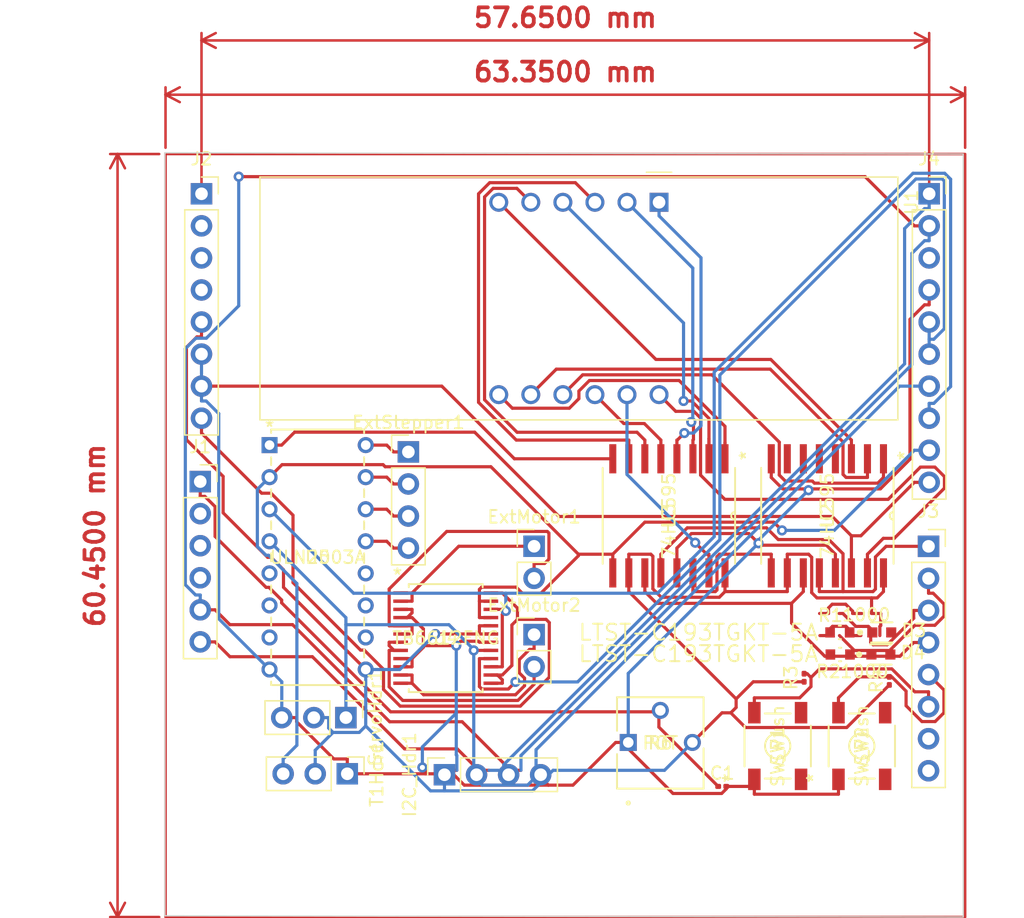
<source format=kicad_pcb>
(kicad_pcb (version 20221018) (generator pcbnew)
  (layers (0 "F.Cu" signal) (31 "B.Cu" signal) (34 "B.Paste" user) (35 "F.Paste" user) (36 "B.SilkS" user "B.Silkscreen") (37 "F.SilkS" user "F.Silkscreen") (38 "B.Mask" user) (39 "F.Mask" user) (44 "Edge.Cuts" user))
  (net 0 "")
  (net 1 "/PC0")
  (net 2 "GND")
  (net 3 "Net-(D3-CATHODE)")
  (net 4 "+5V")
  (net 5 "Net-(D4-CATHODE)")
  (net 6 "/AO1")
  (net 7 "/AO2")
  (net 8 "/BO1")
  (net 9 "/BO2")
  (net 10 "/IN1")
  (net 11 "/IN2")
  (net 12 "/IN3")
  (net 13 "/IN4")
  (net 14 "/PC4")
  (net 15 "/PC5")
  (net 19 "+3.3V")
  (net 20 "/VIN")
  (net 21 "/PD6")
  (net 22 "/PD5")
  (net 23 "/PD4")
  (net 24 "/PD3")
  (net 25 "/PD2")
  (net 27 "/PC1")
  (net 28 "/PB3")
  (net 29 "/PB2")
  (net 30 "/PB1")
  (net 31 "/PB0")
  (net 32 "Net-(U1-e)")
  (net 33 "Net-(U1-d)")
  (net 34 "Net-(U1-DPX)")
  (net 35 "Net-(U1-c)")
  (net 36 "Net-(U1-g)")
  (net 37 "Net-(U1-CC4)")
  (net 38 "Net-(U1-b)")
  (net 39 "Net-(U1-CC3)")
  (net 40 "Net-(U1-CC2)")
  (net 41 "Net-(U1-f)")
  (net 42 "Net-(U1-a)")
  (net 43 "Net-(U1-CC1)")
  (net 48 "Net-(U2-QH')")
  (net 49 "/PD7")
  (net 56 "/PC2")
  (net 57 "/PC3")
  (net 58 "/PB5")
  (footprint "Resistor_SMD:R_0201_0603Metric" (layer "F.Cu") (at 173.093 88.841 90)
    (fp_text reference "R3")
    (fp_text value "10000")
  )
  (footprint "Connector_PinSocket_2.54mm:PinSocket_1x10_P2.54mm_Vertical" (layer "F.Cu") (at 183 50.5)
    (fp_text reference "J4")
    (fp_text value "Conn_01x10_Socket")
  )
  (footprint "SN74HC595DWR:SN74HC595DWR" (layer "F.Cu") (at 162.3791 76.0137 -90)
    (fp_text reference "U3")
    (fp_text value "74HC595")
  )
  (footprint "ul_8-1437565-1:8-1437565-1" (layer "F.Cu") (at 171 94.25 90)
    (fp_text reference "SW1")
    (fp_text value "SW_Push")
  )
  (footprint "Connector_PinSocket_2.54mm:PinSocket_1x04_P2.54mm_Vertical" (layer "F.Cu") (at 144.6 96.525 90)
    (fp_text reference "I2C_Hdr1")
    (fp_text value "Conn_01x04_Socket")
  )
  (footprint "footprints:RC0603JR-071KL" (layer "F.Cu") (at 175.9247 85.25)
    (fp_text reference "R1")
    (fp_text value "1000")
  )
  (footprint "Connector_PinSocket_2.54mm:PinSocket_1x08_P2.54mm_Vertical" (layer "F.Cu") (at 125.35 50.5)
    (fp_text reference "J2")
    (fp_text value "Conn_01x08_Socket")
  )
  (footprint "Connector_PinHeader_2.54mm:PinHeader_1x02_P2.54mm_Vertical" (layer "F.Cu") (at 151.7 85.425)
    (fp_text reference "ExtMotor2")
    (fp_text value "Conn_01x02_Pin")
  )
  (footprint "Connector_PinSocket_2.54mm:PinSocket_1x08_P2.54mm_Vertical" (layer "F.Cu") (at 182.95 78.43)
    (fp_text reference "J3")
    (fp_text value "Conn_01x08_Socket")
  )
  (footprint "footprints:RC0603JR-071KL" (layer "F.Cu") (at 175.9494 87)
    (fp_text reference "R2")
    (fp_text value "1000")
  )
  (footprint "ul_8-1437565-1:8-1437565-1" (layer "F.Cu") (at 177.6642 94.25 90)
    (fp_text reference "SW2")
    (fp_text value "SW_Push")
  )
  (footprint "eec:Lite-On-LTST-C193TGKT-5A-MFG" (layer "F.Cu") (at 179.2438 85.25)
    (fp_text reference "D3")
    (fp_text value "LTST-C193TGKT-5A")
  )
  (footprint "Connector_PinHeader_2.54mm:PinHeader_1x03_P2.54mm_Vertical" (layer "F.Cu") (at 136.79 92 -90)
    (fp_text reference "ServoHdr1")
    (fp_text value "Conn_01x03_Pin")
  )
  (footprint "Capacitor_SMD:C_0201_0603Metric" (layer "F.Cu") (at 166.605 97.45)
    (fp_text reference "C1")
    (fp_text value "0.1u")
  )
  (footprint "SN74HC595DWR:SN74HC595DWR" (layer "F.Cu") (at 174.935 76.0137 -90)
    (fp_text reference "U2")
    (fp_text value "74HC595")
  )
  (footprint "Connector_PinHeader_2.54mm:PinHeader_1x03_P2.54mm_Vertical" (layer "F.Cu") (at 136.9 96.45 -90)
    (fp_text reference "T1Hdr1")
    (fp_text value "Conn_01x03_Pin")
  )
  (footprint "Connector_PinHeader_2.54mm:PinHeader_1x04_P2.54mm_Vertical" (layer "F.Cu") (at 141.74 70.95)
    (fp_text reference "ExtStepper1")
    (fp_text value "Conn_01x04_Pin")
  )
  (footprint "Resistor_SMD:R_0201_0603Metric" (layer "F.Cu") (at 179.843 89.091 90)
    (fp_text reference "R4")
    (fp_text value "10000")
  )
  (footprint "eec:Lite-On-LTST-C193TGKT-5A-MFG" (layer "F.Cu") (at 179.1747 87)
    (fp_text reference "D4")
    (fp_text value "LTST-C193TGKT-5A")
  )
  (footprint "ul_3362P-1-103LF:3362P-1-103LF" (layer "F.Cu") (at 159.16 93.9674)
    (fp_text reference "R6")
    (fp_text value "POT")
  )
  (footprint "ul_TB6612FNG:TB6612FNG_C_8_EL" (layer "F.Cu") (at 144.7 85.7)
    (fp_text reference "U4")
    (fp_text value "TB6612FNG")
  )
  (footprint "Connector_PinSocket_2.54mm:PinSocket_1x06_P2.54mm_Vertical" (layer "F.Cu") (at 125.25 73.3)
    (fp_text reference "J1")
    (fp_text value "Conn_01x06_Socket")
  )
  (footprint "Display_7Segment:CA56-12SRWA" (layer "F.Cu") (at 161.6 51.1725 -90)
    (fp_text reference "U1")
    (fp_text value "CC56-12SRWA")
  )
  (footprint "uln2003a:ULN2003A" (layer "F.Cu") (at 130.74 70.41)
    (fp_text reference "U5")
    (fp_text value "ULN2003A")
  )
  (footprint "Connector_PinHeader_2.54mm:PinHeader_1x02_P2.54mm_Vertical" (layer "F.Cu") (at 151.7 78.425)
    (fp_text reference "ExtMotor1")
    (fp_text value "Conn_01x02_Pin")
  )
  (gr_rect (start 122.5 47.35) (end 185.85 107.8) (stroke (width 0.2)) (fill none) (layer "F.Cu"))
  (gr_line (start 122.45 107.7) (end 122.45 47.25) (stroke (width 0.1)) (layer "Edge.Cuts"))
  (gr_line (start 122.45 47.25) (end 185.7 47.35) (stroke (width 0.1)) (layer "Edge.Cuts"))
  (gr_line (start 185.7 47.35) (end 185.7 107.8) (stroke (width 0.1)) (layer "Edge.Cuts"))
  (gr_line (start 185.7 107.8) (end 122.45 107.7) (stroke (width 0.1)) (layer "Edge.Cuts"))
  (dimension (type aligned) (layer "F.Cu") (pts (xy 125.35 50.5) (xy 183 50.5)) (height -12.15) (gr_text "57.6500 mm" (at 154.175 36.55) (layer "F.Cu") (effects (font (size 1.5 1.5) (thickness 0.3)))) (format (prefix "") (suffix "") (units 3) (units_format 1) (precision 4)) (style (thickness 0.2) (arrow_length 1.27) (text_position_mode 0) (extension_height 0.58642) (extension_offset 0.5) keep_text_aligned))
  (dimension (type aligned) (layer "F.Cu") (pts (xy 122.5 47.35) (xy 185.85 47.35)) (height -4.7) (gr_text "63.3500 mm" (at 154.175 40.85) (layer "F.Cu") (effects (font (size 1.5 1.5) (thickness 0.3)))) (format (prefix "") (suffix "") (units 3) (units_format 1) (precision 4)) (style (thickness 0.2) (arrow_length 1.27) (text_position_mode 0) (extension_height 0.58642) (extension_offset 0.5) keep_text_aligned))
  (dimension (type aligned) (layer "F.Cu") (pts (xy 122.5 47.35) (xy 122.5 107.8)) (height 3.799999) (gr_text "60.4500 mm" (at 116.900001 77.575 90) (layer "F.Cu") (effects (font (size 1.5 1.5) (thickness 0.3)))) (format (prefix "") (suffix "") (units 3) (units_format 1) (precision 4)) (style (thickness 0.2) (arrow_length 1.27) (text_position_mode 0) (extension_height 0.58642) (extension_offset 0.5) keep_text_aligned))
  (segment (start 130.466 81.6807) (end 130.696 81.6807) (width 0.25) (layer "F.Cu") (net 1))
  (segment (start 130.696 81.6807) (end 131.7 82.6848) (width 0.25) (layer "F.Cu") (net 1))
  (segment (start 125.25 74.4751) (end 125.617 74.4751) (width 0.25) (layer "F.Cu") (net 1))
  (segment (start 125.25 73.3) (end 125.25 74.4751) (width 0.25) (layer "F.Cu") (net 1))
  (segment (start 131.7 82.9083) (end 140.332 91.5401) (width 0.25) (layer "F.Cu") (net 1))
  (segment (start 126.425 77.6403) (end 130.466 81.6807) (width 0.25) (layer "F.Cu") (net 1))
  (segment (start 161.587 91.5401) (end 161.7 91.4274) (width 0.25) (layer "F.Cu") (net 1))
  (segment (start 161.587 91.5401) (end 161.587 92.7523) (width 0.25) (layer "F.Cu") (net 1))
  (segment (start 126.425 75.2829) (end 126.425 77.6403) (width 0.25) (layer "F.Cu") (net 1))
  (segment (start 161.587 92.7523) (end 166.285 97.45) (width 0.25) (layer "F.Cu") (net 1))
  (segment (start 131.7 82.6848) (end 131.7 82.9083) (width 0.25) (layer "F.Cu") (net 1))
  (segment (start 140.332 91.5401) (end 161.587 91.5401) (width 0.25) (layer "F.Cu") (net 1))
  (segment (start 125.617 74.4751) (end 126.425 75.2829) (width 0.25) (layer "F.Cu") (net 1))
  (segment (start 143.0915 96.1923) (end 142.8481 95.9489) (width 0.25) (layer "F.Cu") (net 2))
  (segment (start 144.992 96.175) (end 146.168 97.3502) (width 0.25) (layer "F.Cu") (net 2))
  (segment (start 169.15 96.8916) (end 169.15 97.321) (width 0.25) (layer "F.Cu") (net 2))
  (segment (start 179.131 73.8804) (end 173.44 73.8804) (width 0.25) (layer "F.Cu") (net 2))
  (segment (start 158.661 93.9674) (end 162.705 98.0114) (width 0.25) (layer "F.Cu") (net 2))
  (segment (start 146.168 97.3502) (end 152.832 97.3502) (width 0.25) (layer "F.Cu") (net 2))
  (segment (start 163.014 79.5503) (end 163.0141 79.5504) (width 0.25) (layer "F.Cu") (net 2))
  (segment (start 142.929 86.2995) (end 145.535 86.2995) (width 0.25) (layer "F.Cu") (net 2))
  (segment (start 148.275 86.025) (end 147.369 86.025) (width 0.25) (layer "F.Cu") (net 2))
  (segment (start 141.653 84.075) (end 141.578 84.075) (width 0.25) (layer "F.Cu") (net 2))
  (segment (start 132.885 92.3263) (end 132.885 92) (width 0.25) (layer "F.Cu") (net 2))
  (segment (start 141.125 87.975) (end 142.031 87.975) (width 0.25) (layer "F.Cu") (net 2))
  (segment (start 159.16 93.9674) (end 158.661 93.9674) (width 0.25) (layer "F.Cu") (net 2))
  (segment (start 152.832 97.3502) (end 152.22 96.7382) (width 0.25) (layer "F.Cu") (net 2))
  (segment (start 169.635 78.3422) (end 174.858 78.3422) (width 0.25) (layer "F.Cu") (net 2))
  (segment (start 157.934 71.4925) (end 157.9341 71.4925) (width 0.25) (layer "F.Cu") (net 2))
  (segment (start 142.929 86.2995) (end 142.929 84.9734) (width 0.25) (layer "F.Cu") (net 2))
  (segment (start 152.22 96.7382) (end 152.22 96.525) (width 0.25) (layer "F.Cu") (net 2))
  (segment (start 169.021 97.45) (end 166.925 97.45) (width 0.25) (layer "F.Cu") (net 2))
  (segment (start 175.814 96.8916) (end 175.814 98.0676) (width 0.25) (layer "F.Cu") (net 2))
  (segment (start 135.834 95.2749) (end 132.885 92.3263) (width 0.25) (layer "F.Cu") (net 2))
  (segment (start 163.014 78.5658) (end 163.014 79.5503) (width 0.25) (layer "F.Cu") (net 2))
  (segment (start 166.925 97.6455) (end 166.925 97.45) (width 0.25) (layer "F.Cu") (net 2))
  (segment (start 169.476 78.183) (end 169.635 78.3422) (width 0.25) (layer "F.Cu") (net 2))
  (segment (start 175.814 98.0676) (end 169.15 98.0676) (width 0.25) (layer "F.Cu") (net 2))
  (segment (start 169.15 97.321) (end 169.021 97.45) (width 0.25) (layer "F.Cu") (net 2))
  (segment (start 157.934 71.4925) (end 150.14 71.4925) (width 0.25) (layer "F.Cu") (net 2))
  (segment (start 169.476 78.183) (end 168.708 77.4155) (width 0.25) (layer "F.Cu") (net 2))
  (segment (start 147.369 86.025) (end 147.294 85.9499) (width 0.25) (layer "F.Cu") (net 2))
  (segment (start 144.13 96.45) (end 144.405 96.175) (width 0.25) (layer "F.Cu") (net 2))
  (segment (start 142.031 84.075) (end 141.653 84.075) (width 0.25) (layer "F.Cu") (net 2))
  (segment (start 163.0141 79.5504) (end 163.0141 80.5349) (width 0.25) (layer "F.Cu") (net 2))
  (segment (start 136.9 96.45) (end 143.0915 96.45) (width 0.25) (layer "F.Cu") (net 2))
  (segment (start 183 58.12) (end 183 59.2951) (width 0.25) (layer "F.Cu") (net 2))
  (segment (start 144.405 96.175) (end 144.992 96.175) (width 0.25) (layer "F.Cu") (net 2))
  (segment (start 173.44 73.9817) (end 173.44 73.8804) (width 0.25) (layer "F.Cu") (net 2))
  (segment (start 145.884 85.9499) (end 145.535 86.2995) (width 0.25) (layer "F.Cu") (net 2))
  (segment (start 144.388 65.74) (end 125.35 65.74) (width 0.25) (layer "F.Cu") (net 2))
  (segment (start 164.164 77.4155) (end 163.014 78.5658) (width 0.25) (layer "F.Cu") (net 2))
  (segment (start 136.9 96.45) (end 136.9 95.2749) (width 0.25) (layer "F.Cu") (net 2))
  (segment (start 142.929 84.9734) (end 142.031 84.075) (width 0.25) (layer "F.Cu") (net 2))
  (segment (start 181.479 71.5322) (end 179.131 73.8804) (width 0.25) (layer "F.Cu") (net 2))
  (segment (start 162.705 98.0114) (end 166.559 98.0114) (width 0.25) (layer "F.Cu") (net 2))
  (segment (start 142.031 87.325) (end 142.929 86.4266) (width 0.25) (layer "F.Cu") (net 2))
  (segment (start 166.559 98.0114) (end 166.925 97.6455) (width 0.25) (layer "F.Cu") (net 2))
  (segment (start 174.858 78.3422) (end 175.57 79.0541) (width 0.25) (layer "F.Cu") (net 2))
  (segment (start 183 59.2951) (end 182.633 59.2951) (width 0.25) (layer "F.Cu") (net 2))
  (segment (start 143.0915 96.45) (end 144.13 96.45) (width 0.25) (layer "F.Cu") (net 2))
  (segment (start 168.708 77.4155) (end 164.164 77.4155) (width 0.25) (layer "F.Cu") (net 2))
  (segment (start 175.8142 96.8916) (end 175.814 96.8916) (width 0.25) (layer "F.Cu") (net 2))
  (segment (start 181.479 60.4485) (end 181.479 71.5322) (width 0.25) (layer "F.Cu") (net 2))
  (segment (start 171.397 73.8804) (end 170.49 72.9733) (width 0.25) (layer "F.Cu") (net 2))
  (segment (start 141.578 84.075) (end 141.653 84.075) (width 0.25) (layer "F.Cu") (net 2))
  (segment (start 141.125 83.425) (end 142.031 83.425) (width 0.25) (layer "F.Cu") (net 2))
  (segment (start 147.294 85.9499) (end 145.884 85.9499) (width 0.25) (layer "F.Cu") (net 2))
  (segment (start 142.031 83.6972) (end 141.653 84.075) (width 0.25) (layer "F.Cu") (net 2))
  (segment (start 154.779 97.3502) (end 158.162 93.9674) (width 0.25) (layer "F.Cu") (net 2))
  (segment (start 142.929 86.4266) (end 142.929 86.2995) (width 0.25) (layer "F.Cu") (net 2))
  (segment (start 150.14 71.4925) (end 144.388 65.74) (width 0.25) (layer "F.Cu") (net 2))
  (segment (start 163.014 79.5503) (end 163.014 80.5349) (width 0.25) (layer "F.Cu") (net 2))
  (segment (start 132.885 92) (end 131.71 92) (width 0.25) (layer "F.Cu") (net 2))
  (segment (start 175.57 79.0541) (end 175.57 80.5349) (width 0.25) (layer "F.Cu") (net 2))
  (segment (start 182.633 59.2951) (end 181.479 60.4485) (width 0.25) (layer "F.Cu") (net 2))
  (segment (start 158.162 93.9674) (end 158.661 93.9674) (width 0.25) (layer "F.Cu") (net 2))
  (segment (start 169.15 98.0676) (end 169.15 97.321) (width 0.25) (layer "F.Cu") (net 2))
  (segment (start 136.9 95.2749) (end 135.834 95.2749) (width 0.25) (layer "F.Cu") (net 2))
  (segment (start 141.125 87.325) (end 142.031 87.325) (width 0.25) (layer "F.Cu") (net 2))
  (segment (start 143.0915 96.45) (end 143.0915 96.1923) (width 0.25) (layer "F.Cu") (net 2))
  (segment (start 142.031 83.425) (end 142.031 83.6972) (width 0.25) (layer "F.Cu") (net 2))
  (segment (start 152.832 97.3502) (end 154.779 97.3502) (width 0.25) (layer "F.Cu") (net 2))
  (segment (start 142.031 87.975) (end 142.031 87.325) (width 0.25) (layer "F.Cu") (net 2))
  (segment (start 170.49 72.9733) (end 170.49 71.4925) (width 0.25) (layer "F.Cu") (net 2))
  (segment (start 145.58 96.175) (end 144.992 96.175) (width 0.25) (layer "F.Cu") (net 2))
  (segment (start 141.578 84.075) (end 141.125 84.075) (width 0.25) (layer "F.Cu") (net 2))
  (segment (start 173.44 73.8804) (end 171.397 73.8804) (width 0.25) (layer "F.Cu") (net 2))
  (via (at 145.535 86.2995) (size 0.8) (drill 0.4) (layers "F.Cu" "B.Cu") (net 2))
  (via (at 173.44 73.9817) (size 0.8) (drill 0.4) (layers "F.Cu" "B.Cu") (net 2))
  (via (at 142.8481 95.9489) (size 0.8) (drill 0.4) (layers "F.Cu" "B.Cu") (net 2))
  (via (at 169.476 78.183) (size 0.8) (drill 0.4) (layers "F.Cu" "B.Cu") (net 2))
  (segment (start 159.16 93.9674) (end 159.16 88.4989) (width 0.25) (layer "B.Cu") (net 2))
  (segment (start 145.535 91.6369) (end 142.8481 94.3238) (width 0.25) (layer "B.Cu") (net 2))
  (segment (start 126.715 67.9147) (end 126.715 84.1648) (width 0.25) (layer "B.Cu") (net 2))
  (segment (start 145.58 94.9999) (end 145.535 94.9545) (width 0.25) (layer "B.Cu") (net 2))
  (segment (start 169.476 78.183) (end 169.476 77.9458) (width 0.25) (layer "B.Cu") (net 2))
  (segment (start 125.35 65.74) (end 125.35 66.9151) (width 0.25) (layer "B.Cu") (net 2))
  (segment (start 131.71 92) (end 131.71 89.16) (width 0.25) (layer "B.Cu") (net 2))
  (segment (start 125.715 66.9151) (end 126.715 67.9147) (width 0.25) (layer "B.Cu") (net 2))
  (segment (start 145.535 91.6369) (end 145.535 86.2995) (width 0.25) (layer "B.Cu") (net 2))
  (segment (start 142.8481 94.3238) (end 142.8481 95.9489) (width 0.25) (layer "B.Cu") (net 2))
  (segment (start 159.16 88.4989) (end 169.476 78.183) (width 0.25) (layer "B.Cu") (net 2))
  (segment (start 126.715 84.1648) (end 130.74 88.19) (width 0.25) (layer "B.Cu") (net 2))
  (segment (start 169.476 77.9458) (end 173.44 73.9817) (width 0.25) (layer "B.Cu") (net 2))
  (segment (start 125.35 66.9151) (end 125.715 66.9151) (width 0.25) (layer "B.Cu") (net 2))
  (segment (start 131.71 89.16) (end 130.74 88.19) (width 0.25) (layer "B.Cu") (net 2))
  (segment (start 125.35 63.2) (end 125.35 65.74) (width 0.25) (layer "B.Cu") (net 2))
  (segment (start 145.58 96.175) (end 145.58 94.9999) (width 0.25) (layer "B.Cu") (net 2))
  (segment (start 145.535 94.9545) (end 145.535 91.6369) (width 0.25) (layer "B.Cu") (net 2))
  (segment (start 176.937 83.75) (end 177.662 83.75) (width 0.25) (layer "F.Cu") (net 3))
  (segment (start 175.315 83.0184) (end 176.387 83.0184) (width 0.25) (layer "F.Cu") (net 3))
  (segment (start 176.387 83.0184) (end 176.937 83.5687) (width 0.25) (layer "F.Cu") (net 3))
  (segment (start 175.025 83.3087) (end 175.315 83.0184) (width 0.25) (layer "F.Cu") (net 3))
  (segment (start 174.319 83.75) (end 175.025 83.75) (width 0.25) (layer "F.Cu") (net 3))
  (segment (start 175.025 83.75) (end 175.025 83.3087) (width 0.25) (layer "F.Cu") (net 3))
  (segment (start 176.937 83.5687) (end 176.937 83.75) (width 0.25) (layer "F.Cu") (net 3))
  (segment (start 125.35 61.8351) (end 124.985 61.8351) (width 0.25) (layer "F.Cu") (net 4))
  (segment (start 167.282 91.619) (end 167.706 91.1955) (width 0.25) (layer "F.Cu") (net 4))
  (segment (start 171.76 79.0541) (end 171.76 80.5349) (width 0.25) (layer "F.Cu") (net 4))
  (segment (start 179.38 80.5349) (end 179.38 82.0157) (width 0.25) (layer "F.Cu") (net 4))
  (segment (start 127.063 72.8876) (end 127.063 75.7737) (width 0.25) (layer "F.Cu") (net 4))
  (segment (start 164.24 93.9674) (end 166.588 91.619) (width 0.25) (layer "F.Cu") (net 4))
  (segment (start 167.706 90.5174) (end 159.204 82.0157) (width 0.25) (layer "F.Cu") (net 4))
  (segment (start 179.093 84.7749) (end 179.162 84.7058) (width 0.25) (layer "F.Cu") (net 4))
  (segment (start 173.448 79.0541) (end 171.76 79.0541) (width 0.25) (layer "F.Cu") (net 4))
  (segment (start 161.111 81.8018) (end 161.775 82.4658) (width 0.25) (layer "F.Cu") (net 4))
  (segment (start 167.706 91.1955) (end 167.706 90.5174) (width 0.25) (layer "F.Cu") (net 4))
  (segment (start 160.949 79.0541) (end 161.111 79.2157) (width 0.25) (layer "F.Cu") (net 4))
  (segment (start 147.369 85.375) (end 143.873 85.375) (width 0.25) (layer "F.Cu") (net 4))
  (segment (start 159.204 80.5349) (end 159.2041 80.5349) (width 0.25) (layer "F.Cu") (net 4))
  (segment (start 131.846 80.2862) (end 131.846 81.6759) (width 0.25) (layer "F.Cu") (net 4))
  (segment (start 173.692 82.1003) (end 173.692 79.2982) (width 0.25) (layer "F.Cu") (net 4))
  (segment (start 130.86 79.3) (end 131.846 80.2862) (width 0.25) (layer "F.Cu") (net 4))
  (segment (start 178.437 83.75) (end 178.437 82.517) (width 0.25) (layer "F.Cu") (net 4))
  (segment (start 159.204 82.0157) (end 159.204 80.5349) (width 0.25) (layer "F.Cu") (net 4))
  (segment (start 168.448 92.7845) (end 176.47 92.7845) (width 0.25) (layer "F.Cu") (net 4))
  (segment (start 127.063 75.7737) (end 130.59 79.3) (width 0.25) (layer "F.Cu") (net 4))
  (segment (start 179.38 82.0157) (end 178.879 82.517) (width 0.25) (layer "F.Cu") (net 4))
  (segment (start 159.204 79.0541) (end 160.949 79.0541) (width 0.25) (layer "F.Cu") (net 4))
  (segment (start 147.369 84.725) (end 148.275 84.725) (width 0.25) (layer "F.Cu") (net 4))
  (segment (start 166.824 80.5349) (end 166.824 81.2753) (width 0.25) (layer "F.Cu") (net 4))
  (segment (start 131.846 81.6759) (end 138.36 88.19) (width 0.25) (layer "F.Cu") (net 4))
  (segment (start 166.8241 81.2752) (end 166.8241 80.5349) (width 0.25) (layer "F.Cu") (net 4))
  (segment (start 179.162 84.7058) (end 179.162 83.75) (width 0.25) (layer "F.Cu") (net 4))
  (segment (start 166.824 81.2753) (end 166.824 82.0157) (width 0.25) (layer "F.Cu") (net 4))
  (segment (start 148.275 85.375) (end 147.369 85.375) (width 0.25) (layer "F.Cu") (net 4))
  (segment (start 173.093 89.161) (end 169.062 89.161) (width 0.25) (layer "F.Cu") (net 4))
  (segment (start 161.775 82.4658) (end 166.374 82.4658) (width 0.25) (layer "F.Cu") (net 4))
  (segment (start 130.59 79.3) (end 130.86 79.3) (width 0.25) (layer "F.Cu") (net 4))
  (segment (start 124.156 69.98) (end 127.063 72.8876) (width 0.25) (layer "F.Cu") (net 4))
  (segment (start 166.824 81.2753) (end 166.8241 81.2752) (width 0.25) (layer "F.Cu") (net 4))
  (segment (start 166.824 82.0157) (end 171.76 82.0157) (width 0.25) (layer "F.Cu") (net 4))
  (segment (start 167.282 91.619) (end 168.448 92.7845) (width 0.25) (layer "F.Cu") (net 4))
  (segment (start 125.35 60.66) (end 125.35 61.8351) (width 0.25) (layer "F.Cu") (net 4))
  (segment (start 173.692 79.2982) (end 173.448 79.0541) (width 0.25) (layer "F.Cu") (net 4))
  (segment (start 178.437 82.517) (end 174.109 82.517) (width 0.25) (layer "F.Cu") (net 4))
  (segment (start 124.156 62.664) (end 124.156 69.98) (width 0.25) (layer "F.Cu") (net 4))
  (segment (start 166.374 82.4658) (end 166.824 82.0157) (width 0.25) (layer "F.Cu") (net 4))
  (segment (start 166.588 91.619) (end 167.282 91.619) (width 0.25) (layer "F.Cu") (net 4))
  (segment (start 176.47 92.7845) (end 179.843 89.411) (width 0.25) (layer "F.Cu") (net 4))
  (segment (start 124.985 61.8351) (end 124.156 62.664) (width 0.25) (layer "F.Cu") (net 4))
  (segment (start 174.109 82.517) (end 173.692 82.1003) (width 0.25) (layer "F.Cu") (net 4))
  (segment (start 178.879 82.517) (end 178.437 82.517) (width 0.25) (layer "F.Cu") (net 4))
  (segment (start 169.062 89.161) (end 167.706 90.5174) (width 0.25) (layer "F.Cu") (net 4))
  (segment (start 179.093 85.5) (end 179.093 84.7749) (width 0.25) (layer "F.Cu") (net 4))
  (segment (start 171.76 82.0157) (end 171.76 80.5349) (width 0.25) (layer "F.Cu") (net 4))
  (segment (start 147.369 85.375) (end 147.369 84.725) (width 0.25) (layer "F.Cu") (net 4))
  (segment (start 159.204 80.5349) (end 159.204 79.0541) (width 0.25) (layer "F.Cu") (net 4))
  (segment (start 161.111 79.2157) (end 161.111 81.8018) (width 0.25) (layer "F.Cu") (net 4))
  (segment (start 179.162 83.75) (end 178.437 83.75) (width 0.25) (layer "F.Cu") (net 4))
  (via (at 143.873 85.375) (size 0.8) (drill 0.4) (layers "F.Cu" "B.Cu") (net 4))
  (segment (start 141.058 88.19) (end 143.873 85.375) (width 0.25) (layer "B.Cu") (net 4))
  (segment (start 138.36 88.19) (end 138.36 92.6628) (width 0.25) (layer "B.Cu") (net 4))
  (segment (start 137.848 93.1752) (end 135.769 93.1752) (width 0.25) (layer "B.Cu") (net 4))
  (segment (start 144.6 96.525) (end 144.6 97.8004) (width 0.25) (layer "B.Cu") (net 4))
  (segment (start 153.2 96.175) (end 162.032 96.175) (width 0.25) (layer "B.Cu") (net 4))
  (segment (start 162.032 96.175) (end 164.24 93.9674) (width 0.25) (layer "B.Cu") (net 4))
  (segment (start 138.36 88.19) (end 141.058 88.19) (width 0.25) (layer "B.Cu") (net 4))
  (segment (start 135.425 92) (end 134.25 92) (width 0.25) (layer "B.Cu") (net 4))
  (segment (start 134.36 94.5845) (end 135.769 93.1752) (width 0.25) (layer "B.Cu") (net 4))
  (segment (start 144.6 97.8004) (end 144.5978 97.8026) (width 0.25) (layer "B.Cu") (net 4))
  (segment (start 138.36 92.6628) (end 137.848 93.1752) (width 0.25) (layer "B.Cu") (net 4))
  (segment (start 143.5 97.8026) (end 144.5978 97.8026) (width 0.25) (layer "B.Cu") (net 4))
  (segment (start 138.36 92.6628) (end 143.5 97.8026) (width 0.25) (layer "B.Cu") (net 4))
  (segment (start 135.425 92.831) (end 135.425 92) (width 0.25) (layer "B.Cu") (net 4))
  (segment (start 144.5978 97.8026) (end 151.572 97.8026) (width 0.25) (layer "B.Cu") (net 4))
  (segment (start 151.572 97.8026) (end 153.2 96.175) (width 0.25) (layer "B.Cu") (net 4))
  (segment (start 134.36 96.45) (end 134.36 94.5845) (width 0.25) (layer "B.Cu") (net 4))
  (segment (start 135.769 93.1752) (end 135.425 92.831) (width 0.25) (layer "B.Cu") (net 4))
  (segment (start 176.868 85.5) (end 177.593 85.5) (width 0.25) (layer "F.Cu") (net 5))
  (segment (start 174.343 85.5) (end 175.05 85.5) (width 0.25) (layer "F.Cu") (net 5))
  (segment (start 175.34 84.7684) (end 176.409 84.7684) (width 0.25) (layer "F.Cu") (net 5))
  (segment (start 175.05 85.0587) (end 175.34 84.7684) (width 0.25) (layer "F.Cu") (net 5))
  (segment (start 176.409 84.7684) (end 176.868 85.2281) (width 0.25) (layer "F.Cu") (net 5))
  (segment (start 176.868 85.2281) (end 176.868 85.5) (width 0.25) (layer "F.Cu") (net 5))
  (segment (start 175.05 85.5) (end 175.05 85.0587) (width 0.25) (layer "F.Cu") (net 5))
  (segment (start 151.7 78.425) (end 145.731 78.425) (width 0.25) (layer "F.Cu") (net 6))
  (segment (start 141.125 82.775) (end 142.031 82.775) (width 0.25) (layer "F.Cu") (net 6))
  (segment (start 141.125 82.125) (end 142.031 82.125) (width 0.25) (layer "F.Cu") (net 6))
  (segment (start 145.731 78.425) (end 142.031 82.125) (width 0.25) (layer "F.Cu") (net 6))
  (segment (start 142.031 82.775) (end 142.031 82.125) (width 0.25) (layer "F.Cu") (net 6))
  (segment (start 144.777 77.2498) (end 152.748 77.2498) (width 0.25) (layer "F.Cu") (net 7))
  (segment (start 152.875 77.3773) (end 152.875 79.4457) (width 0.25) (layer "F.Cu") (net 7))
  (segment (start 152.531 79.7899) (end 151.7 79.7899) (width 0.25) (layer "F.Cu") (net 7))
  (segment (start 142.031 85.375) (end 141.125 85.375) (width 0.25) (layer "F.Cu") (net 7))
  (segment (start 152.748 77.2498) (end 152.875 77.3773) (width 0.25) (layer "F.Cu") (net 7))
  (segment (start 141.125 84.725) (end 140.219 84.725) (width 0.25) (layer "F.Cu") (net 7))
  (segment (start 140.219 84.725) (end 140.219 81.8075) (width 0.25) (layer "F.Cu") (net 7))
  (segment (start 151.7 79.7899) (end 151.7 80.965) (width 0.25) (layer "F.Cu") (net 7))
  (segment (start 141.125 84.725) (end 142.031 84.725) (width 0.25) (layer "F.Cu") (net 7))
  (segment (start 152.875 79.4457) (end 152.531 79.7899) (width 0.25) (layer "F.Cu") (net 7))
  (segment (start 142.031 84.725) (end 142.031 85.375) (width 0.25) (layer "F.Cu") (net 7))
  (segment (start 140.219 81.8075) (end 144.777 77.2498) (width 0.25) (layer "F.Cu") (net 7))
  (segment (start 150.525 88.4535) (end 150.944 88.8724) (width 0.25) (layer "F.Cu") (net 8))
  (segment (start 142.945 90.1896) (end 142.031 89.275) (width 0.25) (layer "F.Cu") (net 8))
  (segment (start 141.125 89.275) (end 142.031 89.275) (width 0.25) (layer "F.Cu") (net 8))
  (segment (start 151.7 85.425) (end 151.7 86.6001) (width 0.25) (layer "F.Cu") (net 8))
  (segment (start 150.227 90.1896) (end 142.945 90.1896) (width 0.25) (layer "F.Cu") (net 8))
  (segment (start 142.031 88.625) (end 142.031 89.275) (width 0.25) (layer "F.Cu") (net 8))
  (segment (start 151.7 86.6001) (end 151.333 86.6001) (width 0.25) (layer "F.Cu") (net 8))
  (segment (start 151.333 86.6001) (end 150.525 87.4079) (width 0.25) (layer "F.Cu") (net 8))
  (segment (start 141.125 88.625) (end 142.031 88.625) (width 0.25) (layer "F.Cu") (net 8))
  (segment (start 150.944 89.4732) (end 150.227 90.1896) (width 0.25) (layer "F.Cu") (net 8))
  (segment (start 150.944 88.8724) (end 150.944 89.4732) (width 0.25) (layer "F.Cu") (net 8))
  (segment (start 150.525 87.4079) (end 150.525 88.4535) (width 0.25) (layer "F.Cu") (net 8))
  (segment (start 151.7 87.965) (end 151.7 89.3536) (width 0.25) (layer "F.Cu") (net 9))
  (segment (start 141.125 86.025) (end 140.219 86.025) (width 0.25) (layer "F.Cu") (net 9))
  (segment (start 140.219 89.565) (end 140.219 86.675) (width 0.25) (layer "F.Cu") (net 9))
  (segment (start 151.7 89.3536) (end 150.414 90.6397) (width 0.25) (layer "F.Cu") (net 9))
  (segment (start 140.219 86.025) (end 140.219 86.2972) (width 0.25) (layer "F.Cu") (net 9))
  (segment (start 141.294 90.6397) (end 140.219 89.565) (width 0.25) (layer "F.Cu") (net 9))
  (segment (start 140.219 86.2972) (end 140.597 86.675) (width 0.25) (layer "F.Cu") (net 9))
  (segment (start 150.414 90.6397) (end 141.294 90.6397) (width 0.25) (layer "F.Cu") (net 9))
  (segment (start 140.597 86.675) (end 140.672 86.675) (width 0.25) (layer "F.Cu") (net 9))
  (segment (start 140.219 86.675) (end 140.597 86.675) (width 0.25) (layer "F.Cu") (net 9))
  (segment (start 140.672 86.675) (end 140.597 86.675) (width 0.25) (layer "F.Cu") (net 9))
  (segment (start 140.672 86.675) (end 141.125 86.675) (width 0.25) (layer "F.Cu") (net 9))
  (segment (start 141.74 70.95) (end 140.565 70.95) (width 0.25) (layer "F.Cu") (net 10))
  (segment (start 140.025 70.41) (end 138.36 70.41) (width 0.25) (layer "F.Cu") (net 10))
  (segment (start 140.565 70.95) (end 140.025 70.41) (width 0.25) (layer "F.Cu") (net 10))
  (segment (start 140.025 72.95) (end 138.36 72.95) (width 0.25) (layer "F.Cu") (net 11))
  (segment (start 141.74 73.49) (end 140.565 73.49) (width 0.25) (layer "F.Cu") (net 11))
  (segment (start 140.565 73.49) (end 140.025 72.95) (width 0.25) (layer "F.Cu") (net 11))
  (segment (start 140.565 76.03) (end 140.025 75.49) (width 0.25) (layer "F.Cu") (net 12))
  (segment (start 140.025 75.49) (end 138.36 75.49) (width 0.25) (layer "F.Cu") (net 12))
  (segment (start 141.74 76.03) (end 140.565 76.03) (width 0.25) (layer "F.Cu") (net 12))
  (segment (start 140.565 78.57) (end 140.025 78.03) (width 0.25) (layer "F.Cu") (net 13))
  (segment (start 140.025 78.03) (end 138.36 78.03) (width 0.25) (layer "F.Cu") (net 13))
  (segment (start 141.74 78.57) (end 140.565 78.57) (width 0.25) (layer "F.Cu") (net 13))
  (segment (start 125.3969 83.46) (end 125.5438 83.46) (width 0.25) (layer "F.Cu") (net 14))
  (segment (start 125.2523 83.46) (end 125.2546 83.46) (width 0.25) (layer "F.Cu") (net 14))
  (segment (start 125.5438 83.46) (end 125.8375 83.46) (width 0.25) (layer "F.Cu") (net 14))
  (segment (start 181.8249 53.04) (end 177.9263 49.1414) (width 0.25) (layer "F.Cu") (net 14))
  (segment (start 132.567 84.6351) (end 140.259 92.3276) (width 0.25) (layer "F.Cu") (net 14))
  (segment (start 125.2502 83.46) (end 125.2503 83.46) (width 0.25) (layer "F.Cu") (net 14))
  (segment (start 183 53.04) (end 181.8249 53.04) (width 0.25) (layer "F.Cu") (net 14))
  (segment (start 126.425 83.46) (end 127.6 84.6351) (width 0.25) (layer "F.Cu") (net 14))
  (segment (start 125.2512 83.46) (end 125.2523 83.46) (width 0.25) (layer "F.Cu") (net 14))
  (segment (start 125.2506 83.46) (end 125.2512 83.46) (width 0.25) (layer "F.Cu") (net 14))
  (segment (start 146.003 92.3276) (end 149.485 95.8098) (width 0.25) (layer "F.Cu") (net 14))
  (segment (start 125.25 83.46) (end 125.2501 83.46) (width 0.25) (layer "F.Cu") (net 14))
  (segment (start 125.2684 83.46) (end 125.2868 83.46) (width 0.25) (layer "F.Cu") (net 14))
  (segment (start 125.2503 83.46) (end 125.2506 83.46) (width 0.25) (layer "F.Cu") (net 14))
  (segment (start 125.8375 83.46) (end 126.425 83.46) (width 0.25) (layer "F.Cu") (net 14))
  (segment (start 125.2501 83.46) (end 125.2502 83.46) (width 0.25) (layer "F.Cu") (net 14))
  (segment (start 177.9263 49.1414) (end 128.2986 49.1414) (width 0.25) (layer "F.Cu") (net 14))
  (segment (start 125.2868 83.46) (end 125.3235 83.46) (width 0.25) (layer "F.Cu") (net 14))
  (segment (start 149.485 95.8098) (end 149.485 96.175) (width 0.25) (layer "F.Cu") (net 14))
  (segment (start 125.2592 83.46) (end 125.2684 83.46) (width 0.25) (layer "F.Cu") (net 14))
  (segment (start 127.6 84.6351) (end 132.567 84.6351) (width 0.25) (layer "F.Cu") (net 14))
  (segment (start 125.2546 83.46) (end 125.2592 83.46) (width 0.25) (layer "F.Cu") (net 14))
  (segment (start 125.3235 83.46) (end 125.3969 83.46) (width 0.25) (layer "F.Cu") (net 14))
  (segment (start 149.485 96.175) (end 150.66 96.175) (width 0.25) (layer "F.Cu") (net 14))
  (segment (start 140.259 92.3276) (end 146.003 92.3276) (width 0.25) (layer "F.Cu") (net 14))
  (via (at 128.2986 49.1414) (size 0.8) (drill 0.4) (layers "F.Cu" "B.Cu") (net 14))
  (segment (start 125.7325 61.9416) (end 128.2986 59.3755) (width 0.25) (layer "B.Cu") (net 14))
  (segment (start 124.0682 62.777) (end 124.9036 61.9416) (width 0.25) (layer "B.Cu") (net 14))
  (segment (start 128.2986 59.3755) (end 128.2986 49.1414) (width 0.25) (layer "B.Cu") (net 14))
  (segment (start 181.635 64.0247) (end 181.635 55.2146) (width 0.25) (layer "B.Cu") (net 14))
  (segment (start 182.635 54.2151) (end 183 54.2151) (width 0.25) (layer "B.Cu") (net 14))
  (segment (start 124.8828 82.2849) (end 124.0682 81.4703) (width 0.25) (layer "B.Cu") (net 14))
  (segment (start 125.25 82.2849) (end 124.8828 82.2849) (width 0.25) (layer "B.Cu") (net 14))
  (segment (start 181.635 55.2146) (end 182.635 54.2151) (width 0.25) (layer "B.Cu") (net 14))
  (segment (start 124.9036 61.9416) (end 125.7325 61.9416) (width 0.25) (layer "B.Cu") (net 14))
  (segment (start 150.66 96.175) (end 150.66 94.9999) (width 0.25) (layer "B.Cu") (net 14))
  (segment (start 124.0682 81.4703) (end 124.0682 62.777) (width 0.25) (layer "B.Cu") (net 14))
  (segment (start 150.66 94.9999) (end 181.635 64.0247) (width 0.25) (layer "B.Cu") (net 14))
  (segment (start 183 54.2151) (end 183 53.04) (width 0.25) (layer "B.Cu") (net 14))
  (segment (start 125.25 83.46) (end 125.25 82.2849) (width 0.25) (layer "B.Cu") (net 14))
  (segment (start 141.437 94.4773) (end 134.135 87.1751) (width 0.25) (layer "F.Cu") (net 15))
  (segment (start 148.12 96.175) (end 146.945 96.175) (width 0.25) (layer "F.Cu") (net 15))
  (segment (start 146.945 96.175) (end 146.945 95.8098) (width 0.25) (layer "F.Cu") (net 15))
  (segment (start 145.612 94.4773) (end 141.437 94.4773) (width 0.25) (layer "F.Cu") (net 15))
  (segment (start 127.6 87.1751) (end 126.425 86) (width 0.25) (layer "F.Cu") (net 15))
  (segment (start 146.945 95.8098) (end 145.612 94.4773) (width 0.25) (layer "F.Cu") (net 15))
  (segment (start 134.135 87.1751) (end 127.6 87.1751) (width 0.25) (layer "F.Cu") (net 15))
  (segment (start 126.425 86) (end 125.25 86) (width 0.25) (layer "F.Cu") (net 15))
  (segment (start 149.295 96.175) (end 148.12 96.175) (width 0.25) (layer "B.Cu") (net 15))
  (segment (start 182.633 51.6751) (end 181.054 53.254) (width 0.25) (layer "B.Cu") (net 15))
  (segment (start 183 51.6751) (end 182.633 51.6751) (width 0.25) (layer "B.Cu") (net 15))
  (segment (start 149.295 95.7281) (end 149.295 95.9515) (width 0.25) (layer "B.Cu") (net 15))
  (segment (start 181.054 63.9693) (end 149.295 95.7281) (width 0.25) (layer "B.Cu") (net 15))
  (segment (start 183 50.5) (end 183 51.6751) (width 0.25) (layer "B.Cu") (net 15))
  (segment (start 149.295 95.9515) (end 149.295 96.175) (width 0.25) (layer "B.Cu") (net 15))
  (segment (start 181.054 53.254) (end 181.054 63.9693) (width 0.25) (layer "B.Cu") (net 15))
  (segment (start 149.68 96.3365) (end 149.68 96.525) (width 0.25) (layer "B.Cu") (net 15))
  (segment (start 149.295 95.9515) (end 149.68 96.3365) (width 0.25) (layer "B.Cu") (net 15))
  (segment (start 125.35 69.4551) (end 125.35 68.28) (width 0.25) (layer "F.Cu") (net 20))
  (segment (start 137.95 86.6525) (end 132.6 81.3024) (width 0.25) (layer "F.Cu") (net 20))
  (segment (start 149.181 89.275) (end 149.181 89.0028) (width 0.25) (layer "F.Cu") (net 20))
  (segment (start 149.181 88.625) (end 148.728 88.625) (width 0.25) (layer "F.Cu") (net 20))
  (segment (start 130.855 74.22) (end 130.115 74.22) (width 0.25) (layer "F.Cu") (net 20))
  (segment (start 150.612 91.0899) (end 141.09 91.0899) (width 0.25) (layer "F.Cu") (net 20))
  (segment (start 139.769 89.7692) (end 139.769 88.1768) (width 0.25) (layer "F.Cu") (net 20))
  (segment (start 148.803 88.625) (end 148.728 88.625) (width 0.25) (layer "F.Cu") (net 20))
  (segment (start 130.115 74.22) (end 125.35 69.4551) (width 0.25) (layer "F.Cu") (net 20))
  (segment (start 138.245 86.6525) (end 137.95 86.6525) (width 0.25) (layer "F.Cu") (net 20))
  (segment (start 152.904 88.798) (end 150.612 91.0899) (width 0.25) (layer "F.Cu") (net 20))
  (segment (start 149.181 82.125) (end 150.383 83.3275) (width 0.25) (layer "F.Cu") (net 20))
  (segment (start 149.941 87.8649) (end 149.181 88.625) (width 0.25) (layer "F.Cu") (net 20))
  (segment (start 139.769 88.1768) (end 138.245 86.6525) (width 0.25) (layer "F.Cu") (net 20))
  (segment (start 149.941 84.6604) (end 149.941 87.8649) (width 0.25) (layer "F.Cu") (net 20))
  (segment (start 148.275 89.275) (end 149.181 89.275) (width 0.25) (layer "F.Cu") (net 20))
  (segment (start 132.6 81.3024) (end 132.6 75.965) (width 0.25) (layer "F.Cu") (net 20))
  (segment (start 149.181 89.0028) (end 148.803 88.625) (width 0.25) (layer "F.Cu") (net 20))
  (segment (start 132.6 75.965) (end 130.855 74.22) (width 0.25) (layer "F.Cu") (net 20))
  (segment (start 141.09 91.0899) (end 139.769 89.7692) (width 0.25) (layer "F.Cu") (net 20))
  (segment (start 152.653 84.218) (end 152.904 84.4694) (width 0.25) (layer "F.Cu") (net 20))
  (segment (start 152.904 84.4694) (end 152.904 88.798) (width 0.25) (layer "F.Cu") (net 20))
  (segment (start 150.383 83.3275) (end 150.383 84.218) (width 0.25) (layer "F.Cu") (net 20))
  (segment (start 150.383 84.218) (end 152.653 84.218) (width 0.25) (layer "F.Cu") (net 20))
  (segment (start 150.383 84.218) (end 149.941 84.6604) (width 0.25) (layer "F.Cu") (net 20))
  (segment (start 148.275 82.125) (end 149.181 82.125) (width 0.25) (layer "F.Cu") (net 20))
  (segment (start 148.275 88.625) (end 148.728 88.625) (width 0.25) (layer "F.Cu") (net 20))
  (segment (start 179.87 86.6817) (end 177.074 86.6817) (width 0.25) (layer "F.Cu") (net 21))
  (segment (start 182.95 80.97) (end 182.95 82.1451) (width 0.25) (layer "F.Cu") (net 21))
  (segment (start 184.175 83.0032) (end 184.175 83.9646) (width 0.25) (layer "F.Cu") (net 21))
  (segment (start 183.455 84.6852) (end 181.866 84.6852) (width 0.25) (layer "F.Cu") (net 21))
  (segment (start 183.317 82.1451) (end 184.175 83.0032) (width 0.25) (layer "F.Cu") (net 21))
  (segment (start 182.95 82.1451) (end 183.317 82.1451) (width 0.25) (layer "F.Cu") (net 21))
  (segment (start 181.866 84.6852) (end 179.87 86.6817) (width 0.25) (layer "F.Cu") (net 21))
  (segment (start 184.175 83.9646) (end 183.455 84.6852) (width 0.25) (layer "F.Cu") (net 21))
  (segment (start 177.074 86.6817) (end 175.893 85.5) (width 0.25) (layer "F.Cu") (net 21))
  (segment (start 178.368 84.9558) (end 178.187 84.7748) (width 0.25) (layer "F.Cu") (net 22))
  (segment (start 178.187 84.7748) (end 177.189 84.7748) (width 0.25) (layer "F.Cu") (net 22))
  (segment (start 178.559 86.2251) (end 178.368 86.0345) (width 0.25) (layer "F.Cu") (net 22))
  (segment (start 181.775 84.1309) (end 179.681 86.2251) (width 0.25) (layer "F.Cu") (net 22))
  (segment (start 181.775 83.51) (end 181.775 84.1309) (width 0.25) (layer "F.Cu") (net 22))
  (segment (start 178.368 86.0345) (end 178.368 84.9558) (width 0.25) (layer "F.Cu") (net 22))
  (segment (start 176.164 83.75) (end 175.868 83.75) (width 0.25) (layer "F.Cu") (net 22))
  (segment (start 177.189 84.7748) (end 176.164 83.75) (width 0.25) (layer "F.Cu") (net 22))
  (segment (start 179.681 86.2251) (end 178.559 86.2251) (width 0.25) (layer "F.Cu") (net 22))
  (segment (start 182.95 83.51) (end 181.775 83.51) (width 0.25) (layer "F.Cu") (net 22))
  (segment (start 160.4741 81.2752) (end 160.4741 80.5349) (width 0.25) (layer "F.Cu") (net 23))
  (segment (start 160.474 81.2753) (end 160.474 80.5349) (width 0.25) (layer "F.Cu") (net 23))
  (segment (start 160.474 81.2753) (end 160.4741 81.2752) (width 0.25) (layer "F.Cu") (net 23))
  (segment (start 173.03 80.5349) (end 173.03 82.0157) (width 0.25) (layer "F.Cu") (net 23))
  (segment (start 174.731 87.138) (end 172.099 84.5063) (width 0.25) (layer "F.Cu") (net 23))
  (segment (start 172.099 84.5063) (end 172.099 82.9466) (width 0.25) (layer "F.Cu") (net 23))
  (segment (start 160.474 82.0157) (end 160.474 81.2753) (width 0.25) (layer "F.Cu") (net 23))
  (segment (start 180.687 87.138) (end 174.731 87.138) (width 0.25) (layer "F.Cu") (net 23))
  (segment (start 172.099 82.9466) (end 161.405 82.9466) (width 0.25) (layer "F.Cu") (net 23))
  (segment (start 181.775 86.05) (end 180.687 87.138) (width 0.25) (layer "F.Cu") (net 23))
  (segment (start 182.95 86.05) (end 181.775 86.05) (width 0.25) (layer "F.Cu") (net 23))
  (segment (start 173.03 82.0157) (end 172.099 82.9466) (width 0.25) (layer "F.Cu") (net 23))
  (segment (start 161.405 82.9466) (end 160.474 82.0157) (width 0.25) (layer "F.Cu") (net 23))
  (segment (start 183.474 92.3121) (end 182.426 92.3121) (width 0.25) (layer "F.Cu") (net 24))
  (segment (start 175.814 91.0204) (end 175.8142 91.0206) (width 0.25) (layer "F.Cu") (net 24))
  (segment (start 175.814 91.0204) (end 175.814 90.4324) (width 0.25) (layer "F.Cu") (net 24))
  (segment (start 175.8142 91.0206) (end 175.8142 91.6084) (width 0.25) (layer "F.Cu") (net 24))
  (segment (start 184.168 89.8076) (end 184.168 91.6189) (width 0.25) (layer "F.Cu") (net 24))
  (segment (start 175.814 90.4324) (end 177.476 88.771) (width 0.25) (layer "F.Cu") (net 24))
  (segment (start 175.814 91.6084) (end 175.814 91.0204) (width 0.25) (layer "F.Cu") (net 24))
  (segment (start 184.168 91.6189) (end 183.474 92.3121) (width 0.25) (layer "F.Cu") (net 24))
  (segment (start 182.95 88.59) (end 184.168 89.8076) (width 0.25) (layer "F.Cu") (net 24))
  (segment (start 177.476 88.771) (end 179.843 88.771) (width 0.25) (layer "F.Cu") (net 24))
  (segment (start 182.426 92.3121) (end 181.171 91.0573) (width 0.25) (layer "F.Cu") (net 24))
  (segment (start 181.171 91.0573) (end 181.171 89.9044) (width 0.25) (layer "F.Cu") (net 24))
  (segment (start 180.038 88.771) (end 179.843 88.771) (width 0.25) (layer "F.Cu") (net 24))
  (segment (start 181.171 89.9044) (end 180.038 88.771) (width 0.25) (layer "F.Cu") (net 24))
  (segment (start 173.338 88.521) (end 173.093 88.521) (width 0.25) (layer "F.Cu") (net 25))
  (segment (start 173.637 88.8203) (end 174.318 88.1398) (width 0.25) (layer "F.Cu") (net 25))
  (segment (start 182.95 89.9549) (end 182.95 91.13) (width 0.25) (layer "F.Cu") (net 25))
  (segment (start 181.859 89.9549) (end 182.95 89.9549) (width 0.25) (layer "F.Cu") (net 25))
  (segment (start 174.318 88.1398) (end 180.044 88.1398) (width 0.25) (layer "F.Cu") (net 25))
  (segment (start 169.15 91.6084) (end 169.15 90.4324) (width 0.25) (layer "F.Cu") (net 25))
  (segment (start 169.15 90.4324) (end 172.742 90.4324) (width 0.25) (layer "F.Cu") (net 25))
  (segment (start 173.637 89.5379) (end 173.637 88.8203) (width 0.25) (layer "F.Cu") (net 25))
  (segment (start 180.044 88.1398) (end 181.859 89.9549) (width 0.25) (layer "F.Cu") (net 25))
  (segment (start 172.742 90.4324) (end 173.637 89.5379) (width 0.25) (layer "F.Cu") (net 25))
  (segment (start 173.637 88.8203) (end 173.338 88.521) (width 0.25) (layer "F.Cu") (net 25))
  (segment (start 146.919 86.675) (end 148.275 86.675) (width 0.25) (layer "F.Cu") (net 28))
  (via (at 146.919 86.675) (size 0.8) (drill 0.4) (layers "F.Cu" "B.Cu") (net 28))
  (segment (start 146.919 96.6758) (end 146.919 86.675) (width 0.25) (layer "B.Cu") (net 28))
  (segment (start 151.856 96.6805) (end 151.186 97.3502) (width 0.25) (layer "B.Cu") (net 28))
  (segment (start 136.79 84.08) (end 136.79 84.6386) (width 0.25) (layer "B.Cu") (net 28))
  (segment (start 146.919 86.6078) (end 146.919 86.675) (width 0.25) (layer "B.Cu") (net 28))
  (segment (start 151.856 94.5404) (end 151.856 96.6805) (width 0.25) (layer "B.Cu") (net 28))
  (segment (start 183 65.74) (end 180.656 65.74) (width 0.25) (layer "B.Cu") (net 28))
  (segment (start 136.79 84.6386) (end 136.79 92) (width 0.25) (layer "B.Cu") (net 28))
  (segment (start 180.656 65.74) (end 151.856 94.5404) (width 0.25) (layer "B.Cu") (net 28))
  (segment (start 151.186 97.3502) (end 147.594 97.3502) (width 0.25) (layer "B.Cu") (net 28))
  (segment (start 130.74 78.03) (end 136.79 84.08) (width 0.25) (layer "B.Cu") (net 28))
  (segment (start 136.79 84.6386) (end 144.95 84.6386) (width 0.25) (layer "B.Cu") (net 28))
  (segment (start 144.95 84.6386) (end 146.919 86.6078) (width 0.25) (layer "B.Cu") (net 28))
  (segment (start 147.594 97.3502) (end 146.919 96.6758) (width 0.25) (layer "B.Cu") (net 28))
  (segment (start 149.181 83.425) (end 149.303 83.5476) (width 0.25) (layer "F.Cu") (net 29))
  (segment (start 149.181 83.8271) (end 149.46 83.5476) (width 0.25) (layer "F.Cu") (net 29))
  (segment (start 148.275 87.975) (end 149.181 87.975) (width 0.25) (layer "F.Cu") (net 29))
  (segment (start 149.303 83.5476) (end 149.46 83.5476) (width 0.25) (layer "F.Cu") (net 29))
  (segment (start 149.181 87.975) (end 149.181 83.8271) (width 0.25) (layer "F.Cu") (net 29))
  (segment (start 148.275 83.425) (end 149.181 83.425) (width 0.25) (layer "F.Cu") (net 29))
  (via (at 149.46 83.5476) (size 0.8) (drill 0.4) (layers "F.Cu" "B.Cu") (net 29))
  (segment (start 184.699 49.3428) (end 184.23 48.8746) (width 0.25) (layer "B.Cu") (net 29))
  (segment (start 165.968 77.6633) (end 161.485 82.1457) (width 0.25) (layer "B.Cu") (net 29))
  (segment (start 181.717 48.8746) (end 165.968 64.6238) (width 0.25) (layer "B.Cu") (net 29))
  (segment (start 183.367 67.1049) (end 184.699 65.7734) (width 0.25) (layer "B.Cu") (net 29))
  (segment (start 183 68.28) (end 183 67.1049) (width 0.25) (layer "B.Cu") (net 29))
  (segment (start 184.699 65.7734) (end 184.699 49.3428) (width 0.25) (layer "B.Cu") (net 29))
  (segment (start 183 67.1049) (end 183.367 67.1049) (width 0.25) (layer "B.Cu") (net 29))
  (segment (start 137.396 82.1457) (end 130.74 75.49) (width 0.25) (layer "B.Cu") (net 29))
  (segment (start 184.23 48.8746) (end 181.717 48.8746) (width 0.25) (layer "B.Cu") (net 29))
  (segment (start 165.968 64.6238) (end 165.968 77.6633) (width 0.25) (layer "B.Cu") (net 29))
  (segment (start 149.46 82.1457) (end 137.396 82.1457) (width 0.25) (layer "B.Cu") (net 29))
  (segment (start 161.485 82.1457) (end 149.46 82.1457) (width 0.25) (layer "B.Cu") (net 29))
  (segment (start 149.46 83.5476) (end 149.46 82.1457) (width 0.25) (layer "B.Cu") (net 29))
  (segment (start 157.934 79.0541) (end 155.208 79.0541) (width 0.25) (layer "F.Cu") (net 30))
  (segment (start 139.902 72.1252) (end 139.735 71.9582) (width 0.25) (layer "F.Cu") (net 30))
  (segment (start 150.775 82.1565) (end 150.283 81.6644) (width 0.25) (layer "F.Cu") (net 30))
  (segment (start 150.283 81.6644) (end 147.543 81.6644) (width 0.25) (layer "F.Cu") (net 30))
  (segment (start 147.543 81.6644) (end 147.369 81.8383) (width 0.25) (layer "F.Cu") (net 30))
  (segment (start 155.208 79.1788) (end 152.23 82.1565) (width 0.25) (layer "F.Cu") (net 30))
  (segment (start 148.275 84.075) (end 147.369 84.075) (width 0.25) (layer "F.Cu") (net 30))
  (segment (start 157.934 79.7945) (end 157.9341 79.7946) (width 0.25) (layer "F.Cu") (net 30))
  (segment (start 170.689 76.5153) (end 160.473 76.5153) (width 0.25) (layer "F.Cu") (net 30))
  (segment (start 157.934 80.5349) (end 157.934 79.7945) (width 0.25) (layer "F.Cu") (net 30))
  (segment (start 147.369 81.8383) (end 147.369 82.775) (width 0.25) (layer "F.Cu") (net 30))
  (segment (start 148.279 72.1252) (end 139.902 72.1252) (width 0.25) (layer "F.Cu") (net 30))
  (segment (start 155.208 79.0541) (end 148.279 72.1252) (width 0.25) (layer "F.Cu") (net 30))
  (segment (start 155.208 79.0541) (end 155.208 79.1788) (width 0.25) (layer "F.Cu") (net 30))
  (segment (start 139.735 71.9582) (end 131.732 71.9582) (width 0.25) (layer "F.Cu") (net 30))
  (segment (start 148.275 82.775) (end 147.369 82.775) (width 0.25) (layer "F.Cu") (net 30))
  (segment (start 157.9341 79.7946) (end 157.9341 80.5349) (width 0.25) (layer "F.Cu") (net 30))
  (segment (start 157.934 79.7945) (end 157.934 79.0541) (width 0.25) (layer "F.Cu") (net 30))
  (segment (start 131.732 71.9582) (end 130.74 72.95) (width 0.25) (layer "F.Cu") (net 30))
  (segment (start 152.23 82.1565) (end 150.775 82.1565) (width 0.25) (layer "F.Cu") (net 30))
  (segment (start 160.473 76.5153) (end 157.934 79.0541) (width 0.25) (layer "F.Cu") (net 30))
  (segment (start 171.34 77.1669) (end 170.689 76.5153) (width 0.25) (layer "F.Cu") (net 30))
  (segment (start 147.369 84.075) (end 147.369 82.775) (width 0.25) (layer "F.Cu") (net 30))
  (via (at 171.34 77.1669) (size 0.8) (drill 0.4) (layers "F.Cu" "B.Cu") (net 30))
  (segment (start 132.907 94.1875) (end 132.907 81.3794) (width 0.25) (layer "B.Cu") (net 30))
  (segment (start 131.82 96.45) (end 131.82 95.2749) (width 0.25) (layer "B.Cu") (net 30))
  (segment (start 130.669 79.1407) (end 130.466 79.1407) (width 0.25) (layer "B.Cu") (net 30))
  (segment (start 132.907 81.3794) (end 130.669 79.1407) (width 0.25) (layer "B.Cu") (net 30))
  (segment (start 129.775 78.4499) (end 129.775 73.9153) (width 0.25) (layer "B.Cu") (net 30))
  (segment (start 131.82 95.2749) (end 132.907 94.1875) (width 0.25) (layer "B.Cu") (net 30))
  (segment (start 130.466 79.1407) (end 129.775 78.4499) (width 0.25) (layer "B.Cu") (net 30))
  (segment (start 129.775 73.9153) (end 130.74 72.95) (width 0.25) (layer "B.Cu") (net 30))
  (segment (start 183 70.82) (end 181.825 70.82) (width 0.25) (layer "B.Cu") (net 30))
  (segment (start 181.825 70.82) (end 175.478 77.1669) (width 0.25) (layer "B.Cu") (net 30))
  (segment (start 175.478 77.1669) (end 171.34 77.1669) (width 0.25) (layer "B.Cu") (net 30))
  (segment (start 181.825 73.36) (end 183 73.36) (width 0.25) (layer "F.Cu") (net 31))
  (segment (start 176.84 77.5923) (end 177.593 77.5923) (width 0.25) (layer "F.Cu") (net 31))
  (segment (start 175.313 76.0652) (end 153.671 76.0652) (width 0.25) (layer "F.Cu") (net 31))
  (segment (start 177.593 77.5923) (end 181.825 73.36) (width 0.25) (layer "F.Cu") (net 31))
  (segment (start 146.992 69.3862) (end 132.724 69.3862) (width 0.25) (layer "F.Cu") (net 31))
  (segment (start 176.84 77.5923) (end 175.313 76.0652) (width 0.25) (layer "F.Cu") (net 31))
  (segment (start 131.7 70.41) (end 130.74 70.41) (width 0.25) (layer "F.Cu") (net 31))
  (segment (start 176.84 77.5923) (end 176.84 80.5349) (width 0.25) (layer "F.Cu") (net 31))
  (segment (start 132.724 69.3862) (end 131.7 70.41) (width 0.25) (layer "F.Cu") (net 31))
  (segment (start 153.671 76.0652) (end 146.992 69.3862) (width 0.25) (layer "F.Cu") (net 31))
  (segment (start 163.014 70.7521) (end 163.0141 70.7522) (width 0.25) (layer "F.Cu") (net 32))
  (segment (start 163.0141 70.7522) (end 163.0141 71.4925) (width 0.25) (layer "F.Cu") (net 32))
  (segment (start 163.014 70.7521) (end 163.014 70.0117) (width 0.25) (layer "F.Cu") (net 32))
  (segment (start 163.014 71.4925) (end 163.014 70.7521) (width 0.25) (layer "F.Cu") (net 32))
  (segment (start 163.014 70.0117) (end 163.046 70.0117) (width 0.25) (layer "F.Cu") (net 32))
  (segment (start 163.046 70.0117) (end 163.603 69.4549) (width 0.25) (layer "F.Cu") (net 32))
  (via (at 163.603 69.4549) (size 0.8) (drill 0.4) (layers "F.Cu" "B.Cu") (net 32))
  (segment (start 161.6 51.1725) (end 161.6 52.2476) (width 0.25) (layer "B.Cu") (net 32))
  (segment (start 164.924 55.5713) (end 164.924 68.8732) (width 0.25) (layer "B.Cu") (net 32))
  (segment (start 164.342 69.4549) (end 163.603 69.4549) (width 0.25) (layer "B.Cu") (net 32))
  (segment (start 161.6 52.2476) (end 164.924 55.5713) (width 0.25) (layer "B.Cu") (net 32))
  (segment (start 164.924 68.8732) (end 164.342 69.4549) (width 0.25) (layer "B.Cu") (net 32))
  (segment (start 164.284 70.7521) (end 164.2841 70.7522) (width 0.25) (layer "F.Cu") (net 33))
  (segment (start 164.284 70.0117) (end 164.328 69.9676) (width 0.25) (layer "F.Cu") (net 33))
  (segment (start 164.2841 70.7522) (end 164.2841 71.4925) (width 0.25) (layer "F.Cu") (net 33))
  (segment (start 164.328 69.9676) (end 164.328 68.7553) (width 0.25) (layer "F.Cu") (net 33))
  (segment (start 164.284 70.7521) (end 164.284 70.0117) (width 0.25) (layer "F.Cu") (net 33))
  (segment (start 164.328 68.7553) (end 164.152 68.5789) (width 0.25) (layer "F.Cu") (net 33))
  (segment (start 164.284 71.4925) (end 164.284 70.7521) (width 0.25) (layer "F.Cu") (net 33))
  (via (at 164.152 68.5789) (size 0.8) (drill 0.4) (layers "F.Cu" "B.Cu") (net 33))
  (segment (start 164.272 68.4583) (end 164.152 68.5789) (width 0.25) (layer "B.Cu") (net 33))
  (segment (start 159.06 51.1725) (end 164.272 56.3849) (width 0.25) (layer "B.Cu") (net 33))
  (segment (start 164.272 56.3849) (end 164.272 68.4583) (width 0.25) (layer "B.Cu") (net 33))
  (segment (start 159.204 70.7521) (end 159.204 71.4925) (width 0.25) (layer "F.Cu") (net 34))
  (segment (start 159.2041 70.7522) (end 159.2041 71.4925) (width 0.25) (layer "F.Cu") (net 34))
  (segment (start 156.52 51.1725) (end 154.967 49.6193) (width 0.25) (layer "F.Cu") (net 34))
  (segment (start 154.967 49.6193) (end 148.181 49.6193) (width 0.25) (layer "F.Cu") (net 34))
  (segment (start 150.287 70.0117) (end 159.204 70.0117) (width 0.25) (layer "F.Cu") (net 34))
  (segment (start 159.204 70.7521) (end 159.2041 70.7522) (width 0.25) (layer "F.Cu") (net 34))
  (segment (start 147.298 50.5018) (end 147.298 67.0232) (width 0.25) (layer "F.Cu") (net 34))
  (segment (start 159.204 70.0117) (end 159.204 70.7521) (width 0.25) (layer "F.Cu") (net 34))
  (segment (start 147.298 67.0232) (end 150.287 70.0117) (width 0.25) (layer "F.Cu") (net 34))
  (segment (start 148.181 49.6193) (end 147.298 50.5018) (width 0.25) (layer "F.Cu") (net 34))
  (segment (start 165.554 71.4925) (end 165.554 69.8931) (width 0.25) (layer "F.Cu") (net 35))
  (segment (start 165.5541 69.8932) (end 165.5541 71.4925) (width 0.25) (layer "F.Cu") (net 35))
  (segment (start 164.176 66.9159) (end 163.54 66.9159) (width 0.25) (layer "F.Cu") (net 35))
  (segment (start 165.554 69.8931) (end 165.5541 69.8932) (width 0.25) (layer "F.Cu") (net 35))
  (segment (start 165.554 68.2937) (end 164.176 66.9159) (width 0.25) (layer "F.Cu") (net 35))
  (segment (start 165.554 69.8931) (end 165.554 68.2937) (width 0.25) (layer "F.Cu") (net 35))
  (via (at 163.54 66.9159) (size 0.8) (drill 0.4) (layers "F.Cu" "B.Cu") (net 35))
  (segment (start 153.98 51.1725) (end 163.54 60.7321) (width 0.25) (layer "B.Cu") (net 35))
  (segment (start 163.54 60.7321) (end 163.54 66.9159) (width 0.25) (layer "B.Cu") (net 35))
  (segment (start 160.4741 70.7522) (end 160.4741 71.4925) (width 0.25) (layer "F.Cu") (net 36))
  (segment (start 150.337 50.0695) (end 148.453 50.0695) (width 0.25) (layer "F.Cu") (net 36))
  (segment (start 160.474 70.7521) (end 160.4741 70.7522) (width 0.25) (layer "F.Cu") (net 36))
  (segment (start 160.474 70.0117) (end 160.474 70.7521) (width 0.25) (layer "F.Cu") (net 36))
  (segment (start 147.776 50.7464) (end 147.776 66.8175) (width 0.25) (layer "F.Cu") (net 36))
  (segment (start 148.453 50.0695) (end 147.776 50.7464) (width 0.25) (layer "F.Cu") (net 36))
  (segment (start 151.44 51.1725) (end 150.337 50.0695) (width 0.25) (layer "F.Cu") (net 36))
  (segment (start 147.776 66.8175) (end 150.351 69.3928) (width 0.25) (layer "F.Cu") (net 36))
  (segment (start 159.855 69.3928) (end 160.474 70.0117) (width 0.25) (layer "F.Cu") (net 36))
  (segment (start 150.351 69.3928) (end 159.855 69.3928) (width 0.25) (layer "F.Cu") (net 36))
  (segment (start 160.474 70.7521) (end 160.474 71.4925) (width 0.25) (layer "F.Cu") (net 36))
  (segment (start 161.351 63.6237) (end 170.452 63.6237) (width 0.25) (layer "F.Cu") (net 37))
  (segment (start 170.452 63.6237) (end 176.84 70.0117) (width 0.25) (layer "F.Cu") (net 37))
  (segment (start 176.84 70.0117) (end 176.84 71.4925) (width 0.25) (layer "F.Cu") (net 37))
  (segment (start 148.9 51.1725) (end 161.351 63.6237) (width 0.25) (layer "F.Cu") (net 37))
  (segment (start 155.25 66.7292) (end 154.492 67.4877) (width 0.25) (layer "F.Cu") (net 38))
  (segment (start 149.975 67.4877) (end 148.9 66.4125) (width 0.25) (layer "F.Cu") (net 38))
  (segment (start 166.824 70.2098) (end 166.8241 70.2099) (width 0.25) (layer "F.Cu") (net 38))
  (segment (start 156.084 65.2922) (end 155.25 66.1263) (width 0.25) (layer "F.Cu") (net 38))
  (segment (start 166.824 70.2098) (end 166.824 68.9271) (width 0.25) (layer "F.Cu") (net 38))
  (segment (start 155.25 66.1263) (end 155.25 66.7292) (width 0.25) (layer "F.Cu") (net 38))
  (segment (start 166.8241 70.2099) (end 166.8241 71.4925) (width 0.25) (layer "F.Cu") (net 38))
  (segment (start 154.492 67.4877) (end 149.975 67.4877) (width 0.25) (layer "F.Cu") (net 38))
  (segment (start 166.824 68.9271) (end 163.189 65.2922) (width 0.25) (layer "F.Cu") (net 38))
  (segment (start 166.824 71.4925) (end 166.824 70.2098) (width 0.25) (layer "F.Cu") (net 38))
  (segment (start 163.189 65.2922) (end 156.084 65.2922) (width 0.25) (layer "F.Cu") (net 38))
  (segment (start 178.11 71.4925) (end 178.11 72.9733) (width 0.25) (layer "F.Cu") (net 39))
  (segment (start 176.419 72.9733) (end 176.175 72.7285) (width 0.25) (layer "F.Cu") (net 39))
  (segment (start 153.46 64.392) (end 151.44 66.4125) (width 0.25) (layer "F.Cu") (net 39))
  (segment (start 178.11 72.9733) (end 176.419 72.9733) (width 0.25) (layer "F.Cu") (net 39))
  (segment (start 176.175 72.7285) (end 176.175 70.1558) (width 0.25) (layer "F.Cu") (net 39))
  (segment (start 176.175 70.1558) (end 170.411 64.392) (width 0.25) (layer "F.Cu") (net 39))
  (segment (start 170.411 64.392) (end 153.46 64.392) (width 0.25) (layer "F.Cu") (net 39))
  (segment (start 173.74 73.2566) (end 171.599 73.2566) (width 0.25) (layer "F.Cu") (net 40))
  (segment (start 155.55 64.8421) (end 153.98 66.4125) (width 0.25) (layer "F.Cu") (net 40))
  (segment (start 173.909 73.4256) (end 173.74 73.2566) (width 0.25) (layer "F.Cu") (net 40))
  (segment (start 179.38 71.4925) (end 179.38 72.9733) (width 0.25) (layer "F.Cu") (net 40))
  (segment (start 171.599 73.2566) (end 171.125 72.7826) (width 0.25) (layer "F.Cu") (net 40))
  (segment (start 179.38 72.9733) (end 178.928 73.4256) (width 0.25) (layer "F.Cu") (net 40))
  (segment (start 178.928 73.4256) (end 173.909 73.4256) (width 0.25) (layer "F.Cu") (net 40))
  (segment (start 171.125 72.7826) (end 171.125 70.1751) (width 0.25) (layer "F.Cu") (net 40))
  (segment (start 165.792 64.8421) (end 155.55 64.8421) (width 0.25) (layer "F.Cu") (net 40))
  (segment (start 171.125 70.1751) (end 165.792 64.8421) (width 0.25) (layer "F.Cu") (net 40))
  (segment (start 156.52 66.4125) (end 158.808 68.7003) (width 0.25) (layer "F.Cu") (net 41))
  (segment (start 158.808 68.7003) (end 160.433 68.7003) (width 0.25) (layer "F.Cu") (net 41))
  (segment (start 161.744 70.7521) (end 161.7441 70.7522) (width 0.25) (layer "F.Cu") (net 41))
  (segment (start 161.744 70.0117) (end 161.744 70.7521) (width 0.25) (layer "F.Cu") (net 41))
  (segment (start 161.744 70.7521) (end 161.744 71.4925) (width 0.25) (layer "F.Cu") (net 41))
  (segment (start 160.433 68.7003) (end 161.744 70.0117) (width 0.25) (layer "F.Cu") (net 41))
  (segment (start 161.7441 70.7522) (end 161.7441 71.4925) (width 0.25) (layer "F.Cu") (net 41))
  (segment (start 165.554 79.0541) (end 165.378 79.0541) (width 0.25) (layer "F.Cu") (net 42))
  (segment (start 165.378 79.0541) (end 164.465 78.1406) (width 0.25) (layer "F.Cu") (net 42))
  (segment (start 165.5541 79.7946) (end 165.5541 80.5349) (width 0.25) (layer "F.Cu") (net 42))
  (segment (start 165.554 79.7945) (end 165.554 79.0541) (width 0.25) (layer "F.Cu") (net 42))
  (segment (start 165.554 79.7945) (end 165.5541 79.7946) (width 0.25) (layer "F.Cu") (net 42))
  (segment (start 165.554 80.5349) (end 165.554 79.7945) (width 0.25) (layer "F.Cu") (net 42))
  (via (at 164.465 78.1406) (size 0.8) (drill 0.4) (layers "F.Cu" "B.Cu") (net 42))
  (segment (start 164.465 78.1406) (end 159.06 72.7359) (width 0.25) (layer "B.Cu") (net 42))
  (segment (start 159.06 72.7359) (end 159.06 66.4125) (width 0.25) (layer "B.Cu") (net 42))
  (segment (start 162.922 67.7345) (end 164.358 67.7345) (width 0.25) (layer "F.Cu") (net 43))
  (segment (start 184.21 73.8192) (end 180.233 77.7957) (width 0.25) (layer "F.Cu") (net 43))
  (segment (start 180.233 77.7957) (end 179.368 77.7957) (width 0.25) (layer "F.Cu") (net 43))
  (segment (start 161.6 66.4125) (end 162.922 67.7345) (width 0.25) (layer "F.Cu") (net 43))
  (segment (start 183.456 72.1521) (end 184.21 72.9056) (width 0.25) (layer "F.Cu") (net 43))
  (segment (start 164.889 72.788) (end 166.808 74.7068) (width 0.25) (layer "F.Cu") (net 43))
  (segment (start 179.368 77.7957) (end 178.11 79.0541) (width 0.25) (layer "F.Cu") (net 43))
  (segment (start 178.11 79.0541) (end 178.11 80.5349) (width 0.25) (layer "F.Cu") (net 43))
  (segment (start 182.308 72.1521) (end 183.456 72.1521) (width 0.25) (layer "F.Cu") (net 43))
  (segment (start 179.753 74.7068) (end 182.308 72.1521) (width 0.25) (layer "F.Cu") (net 43))
  (segment (start 164.889 68.2649) (end 164.889 72.788) (width 0.25) (layer "F.Cu") (net 43))
  (segment (start 164.358 67.7345) (end 164.889 68.2649) (width 0.25) (layer "F.Cu") (net 43))
  (segment (start 184.21 72.9056) (end 184.21 73.8192) (width 0.25) (layer "F.Cu") (net 43))
  (segment (start 166.808 74.7068) (end 179.753 74.7068) (width 0.25) (layer "F.Cu") (net 43))
  (segment (start 166.388 79.0541) (end 170.49 79.0541) (width 0.25) (layer "F.Cu") (net 48))
  (segment (start 170.49 79.0541) (end 170.49 80.5349) (width 0.25) (layer "F.Cu") (net 48))
  (segment (start 164.284 82.0157) (end 166.062 82.0157) (width 0.25) (layer "F.Cu") (net 48))
  (segment (start 166.189 81.8889) (end 166.189 79.2535) (width 0.25) (layer "F.Cu") (net 48))
  (segment (start 164.284 81.2753) (end 164.284 82.0157) (width 0.25) (layer "F.Cu") (net 48))
  (segment (start 166.062 82.0157) (end 166.189 81.8889) (width 0.25) (layer "F.Cu") (net 48))
  (segment (start 164.284 80.5349) (end 164.284 81.2753) (width 0.25) (layer "F.Cu") (net 48))
  (segment (start 166.189 79.2535) (end 166.388 79.0541) (width 0.25) (layer "F.Cu") (net 48))
  (segment (start 164.2841 81.2752) (end 164.2841 80.5349) (width 0.25) (layer "F.Cu") (net 48))
  (segment (start 164.284 81.2753) (end 164.2841 81.2752) (width 0.25) (layer "F.Cu") (net 48))
  (segment (start 163.833 76.9654) (end 161.744 79.0541) (width 0.25) (layer "F.Cu") (net 49))
  (segment (start 178.745 81.8162) (end 178.546 82.0157) (width 0.25) (layer "F.Cu") (net 49))
  (segment (start 178.745 79.2706) (end 178.745 81.8162) (width 0.25) (layer "F.Cu") (net 49))
  (segment (start 171.04 77.892) (end 170.114 76.9654) (width 0.25) (layer "F.Cu") (net 49))
  (segment (start 174.3 82.0157) (end 176.175 82.0157) (width 0.25) (layer "F.Cu") (net 49))
  (segment (start 176.175 79.0177) (end 175.049 77.892) (width 0.25) (layer "F.Cu") (net 49))
  (segment (start 178.546 82.0157) (end 176.175 82.0157) (width 0.25) (layer "F.Cu") (net 49))
  (segment (start 179.586 78.43) (end 178.745 79.2706) (width 0.25) (layer "F.Cu") (net 49))
  (segment (start 174.3 80.5349) (end 174.3 82.0157) (width 0.25) (layer "F.Cu") (net 49))
  (segment (start 182.95 78.43) (end 179.586 78.43) (width 0.25) (layer "F.Cu") (net 49))
  (segment (start 161.7441 79.7946) (end 161.7441 80.5349) (width 0.25) (layer "F.Cu") (net 49))
  (segment (start 161.744 79.7945) (end 161.744 80.5349) (width 0.25) (layer "F.Cu") (net 49))
  (segment (start 170.114 76.9654) (end 163.833 76.9654) (width 0.25) (layer "F.Cu") (net 49))
  (segment (start 176.175 82.0157) (end 176.175 79.0177) (width 0.25) (layer "F.Cu") (net 49))
  (segment (start 175.049 77.892) (end 171.04 77.892) (width 0.25) (layer "F.Cu") (net 49))
  (segment (start 161.744 79.7945) (end 161.7441 79.7946) (width 0.25) (layer "F.Cu") (net 49))
  (segment (start 161.744 79.0541) (end 161.744 79.7945) (width 0.25) (layer "F.Cu") (net 49))
  (segment (start 147.369 87.325) (end 147.369 89.545) (width 0.25) (layer "F.Cu") (net 58))
  (segment (start 148.275 87.325) (end 147.369 87.325) (width 0.25) (layer "F.Cu") (net 58))
  (segment (start 149.656 89.7356) (end 150.219 89.1728) (width 0.25) (layer "F.Cu") (net 58))
  (segment (start 147.56 89.7356) (end 149.656 89.7356) (width 0.25) (layer "F.Cu") (net 58))
  (segment (start 147.369 89.545) (end 147.56 89.7356) (width 0.25) (layer "F.Cu") (net 58))
  (via (at 150.219 89.1728) (size 0.8) (drill 0.4) (layers "F.Cu" "B.Cu") (net 58))
  (segment (start 166.418 64.8552) (end 166.418 77.9042) (width 0.25) (layer "B.Cu") (net 58))
  (segment (start 155.149 89.1728) (end 150.219 89.1728) (width 0.25) (layer "B.Cu") (net 58))
  (segment (start 183.365 62.0249) (end 184.2 61.1897) (width 0.25) (layer "B.Cu") (net 58))
  (segment (start 166.418 77.9042) (end 155.149 89.1728) (width 0.25) (layer "B.Cu") (net 58))
  (segment (start 183 63.2) (end 183 62.0249) (width 0.25) (layer "B.Cu") (net 58))
  (segment (start 184.036 49.3248) (end 181.948 49.3248) (width 0.25) (layer "B.Cu") (net 58))
  (segment (start 181.948 49.3248) (end 166.418 64.8552) (width 0.25) (layer "B.Cu") (net 58))
  (segment (start 183 60.66) (end 183 62.0249) (width 0.25) (layer "B.Cu") (net 58))
  (segment (start 184.2 61.1897) (end 184.2 49.4892) (width 0.25) (layer "B.Cu") (net 58))
  (segment (start 183 62.0249) (end 183.365 62.0249) (width 0.25) (layer "B.Cu") (net 58))
  (segment (start 184.2 49.4892) (end 184.036 49.3248) (width 0.25) (layer "B.Cu") (net 58))
)
</source>
